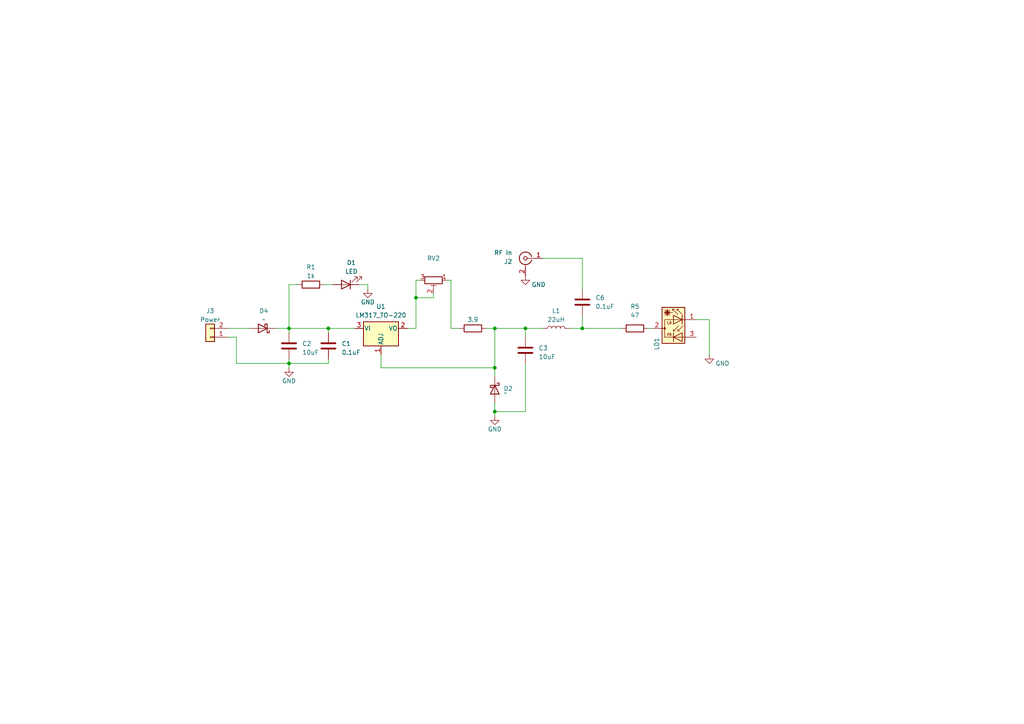
<source format=kicad_sch>
(kicad_sch (version 20230121) (generator eeschema)
  (paper "A4")
  (lib_symbols
    (symbol "Connector:Conn_Coaxial" (pin_names (offset 1.016) hide)
      (property "Reference" "J" (at 0.254 3.048 0))
      (property "Value" "Conn_Coaxial" (at 2.921 0 90))
      (symbol "Conn_Coaxial_0_1"
        (arc (start -1.778 -0.508) (mid 0.2311 -1.8066) (end 1.778 0) (stroke (width 0.254)))
        (polyline (pts (xy -2.54 0) (xy -0.508 0)))
        (polyline (pts (xy 0 -2.54) (xy 0 -1.778)))
        (circle (center 0 0) (radius 0.508) (stroke (width 0.2032)))
        (arc (start 1.778 0) (mid 0.2099 1.8101) (end -1.778 0.508) (stroke (width 0.254)))
      )
      (symbol "Conn_Coaxial_1_1"
        (pin passive line (at -5.08 0 0) (length 2.54) (name "In") (number "1"))
        (pin passive line (at 0 -5.08 90) (length 2.54) (name "Ext") (number "2"))
      )
    )
    (symbol "Connector_Generic:Conn_01x02" (pin_names (offset 1.016) hide)
      (property "Reference" "J" (at 0 2.54 0))
      (property "Value" "Conn_01x02" (at 0 -5.08 0))
      (symbol "Conn_01x02_1_1"
        (rectangle (start -1.27 -2.413) (end 0 -2.667) (stroke (width 0.1524)))
        (rectangle (start -1.27 0.127) (end 0 -0.127) (stroke (width 0.1524)))
        (rectangle (start -1.27 1.27) (end 1.27 -3.81) (stroke (width 0.254)) (fill (type background)))
        (pin passive line (at -5.08 0 0) (length 3.81) (name "Pin_1") (number "1"))
        (pin passive line (at -5.08 -2.54 0) (length 3.81) (name "Pin_2") (number "2"))
      )
    )
    (symbol "Device:C" (pin_numbers hide) (pin_names (offset 0.254))
      (property "Reference" "C" (at 0.635 2.54 0))
      (property "Value" "C" (at 0.635 -2.54 0))
      (symbol "C_0_1"
        (polyline (pts (xy -2.032 -0.762) (xy 2.032 -0.762)) (stroke (width 0.508)))
        (polyline (pts (xy -2.032 0.762) (xy 2.032 0.762)) (stroke (width 0.508)))
      )
      (symbol "C_1_1"
        (pin passive line (at 0 3.81 270) (length 2.794) (name "~") (number "1"))
        (pin passive line (at 0 -3.81 90) (length 2.794) (name "~") (number "2"))
      )
    )
    (symbol "Device:D_Laser_Photo_NType" (pin_names hide)
      (property "Reference" "LD" (at 1.016 7.112 0))
      (property "Value" "D_Laser_Photo_NType" (at 1.016 -5.588 0))
      (symbol "D_Laser_Photo_NType_0_1"
        (circle (center -1.524 0) (radius 0.254) (fill (type outline)))
        (arc (start -0.508 -1.778) (mid -0.3302 -1.6002) (end -0.508 -1.397))
        (arc (start 0 -2.159) (mid 0.3794 -1.778) (end 0 -1.397))
        (polyline (pts (xy -2.54 0) (xy -1.524 0)))
        (polyline (pts (xy -1.524 3.81) (xy 0 5.334)))
        (polyline (pts (xy -1.524 4.318) (xy 0 4.826)))
        (polyline (pts (xy -1.524 4.826) (xy 0 4.318)))
        (polyline (pts (xy -1.524 5.334) (xy 0 3.81)))
        (polyline (pts (xy -1.016 5.334) (xy -0.508 3.81)))
        (polyline (pts (xy -0.762 4.572) (xy -0.762 3.556)))
        (polyline (pts (xy -0.762 4.572) (xy -0.762 5.588)))
        (polyline (pts (xy -0.635 -1.397) (xy -0.635 -2.159)))
        (polyline (pts (xy -0.508 5.334) (xy -1.016 3.81)))
        (polyline (pts (xy 0 -1.397) (xy 0 -2.159)))
        (polyline (pts (xy 0 2.032) (xy 0 1.27)))
        (polyline (pts (xy 0.762 4.572) (xy -1.778 4.572)))
        (polyline (pts (xy 0.762 5.588) (xy 1.27 5.588)))
        (polyline (pts (xy 1.016 -1.27) (xy 1.016 -3.81)) (stroke (width 0.2032)))
        (polyline (pts (xy 1.016 -0.762) (xy 1.524 -0.762)))
        (polyline (pts (xy 3.556 3.81) (xy 3.556 1.27)) (stroke (width 0.2032)))
        (polyline (pts (xy -0.635 2.032) (xy -0.635 1.27) (xy -0.254 1.27)))
        (polyline (pts (xy 2.286 4.064) (xy 0.762 5.588) (xy 0.762 5.08)))
        (polyline (pts (xy 2.54 0.762) (xy 1.016 -0.762) (xy 1.016 -0.254)))
        (polyline (pts (xy 3.556 -1.27) (xy 3.556 -3.81) (xy 1.016 -2.54) (xy 3.556 -1.27)) (stroke (width 0.2032)))
        (polyline (pts (xy 5.08 2.54) (xy -1.524 2.54) (xy -1.524 -2.54) (xy 5.08 -2.54)))
        (polyline (pts (xy 3.556 4.064) (xy 2.032 5.588) (xy 2.032 5.08) (xy 2.032 5.588) (xy 2.54 5.588)))
        (polyline (pts (xy 3.81 0.762) (xy 2.286 -0.762) (xy 2.286 -0.254) (xy 2.286 -0.762) (xy 2.794 -0.762)))
        (arc (start 0 1.27) (mid 0.3794 1.651) (end 0 2.032))
        (rectangle (start 4.318 6.096) (end -2.286 -4.318) (stroke (width 0.254)) (fill (type background)))
      )
      (symbol "D_Laser_Photo_NType_1_1"
        (polyline (pts (xy 1.016 3.81) (xy 1.016 1.27) (xy 3.556 2.54) (xy 1.016 3.81)) (stroke (width 0.2032)))
        (pin passive line (at 7.62 2.54 180) (length 2.54) (name "~") (number "1"))
        (pin passive line (at -5.08 0 0) (length 2.54) (name "~") (number "2"))
        (pin passive line (at 7.62 -2.54 180) (length 2.54) (name "~") (number "3"))
      )
    )
    (symbol "Device:D_Schottky" (pin_numbers hide) (pin_names (offset 1.016) hide)
      (property "Reference" "D" (at 0 2.54 0))
      (property "Value" "D_Schottky" (at 0 -2.54 0))
      (symbol "D_Schottky_0_1"
        (polyline (pts (xy 1.27 0) (xy -1.27 0)))
        (polyline (pts (xy 1.27 1.27) (xy 1.27 -1.27) (xy -1.27 0) (xy 1.27 1.27)) (stroke (width 0.254)))
        (polyline (pts (xy -1.905 0.635) (xy -1.905 1.27) (xy -1.27 1.27) (xy -1.27 -1.27) (xy -0.635 -1.27) (xy -0.635 -0.635)) (stroke (width 0.254)))
      )
      (symbol "D_Schottky_1_1"
        (pin passive line (at -3.81 0 0) (length 2.54) (name "K") (number "1"))
        (pin passive line (at 3.81 0 180) (length 2.54) (name "A") (number "2"))
      )
    )
    (symbol "Device:L" (pin_numbers hide) (pin_names (offset 1.016) hide)
      (property "Reference" "L" (at -1.27 0 90))
      (property "Value" "L" (at 1.905 0 90))
      (symbol "L_0_1"
        (arc (start 0 -2.54) (mid 0.6323 -1.905) (end 0 -1.27))
        (arc (start 0 -1.27) (mid 0.6323 -0.635) (end 0 0))
        (arc (start 0 0) (mid 0.6323 0.635) (end 0 1.27))
        (arc (start 0 1.27) (mid 0.6323 1.905) (end 0 2.54))
      )
      (symbol "L_1_1"
        (pin passive line (at 0 3.81 270) (length 1.27) (name "1") (number "1"))
        (pin passive line (at 0 -3.81 90) (length 1.27) (name "2") (number "2"))
      )
    )
    (symbol "Device:LED" (pin_numbers hide) (pin_names (offset 1.016) hide)
      (property "Reference" "D" (at 0 2.54 0))
      (property "Value" "LED" (at 0 -2.54 0))
      (symbol "LED_0_1"
        (polyline (pts (xy -1.27 -1.27) (xy -1.27 1.27)) (stroke (width 0.254)))
        (polyline (pts (xy -1.27 0) (xy 1.27 0)))
        (polyline (pts (xy 1.27 -1.27) (xy 1.27 1.27) (xy -1.27 0) (xy 1.27 -1.27)) (stroke (width 0.254)))
        (polyline (pts (xy -3.048 -0.762) (xy -4.572 -2.286) (xy -3.81 -2.286) (xy -4.572 -2.286) (xy -4.572 -1.524)))
        (polyline (pts (xy -1.778 -0.762) (xy -3.302 -2.286) (xy -2.54 -2.286) (xy -3.302 -2.286) (xy -3.302 -1.524)))
      )
      (symbol "LED_1_1"
        (pin passive line (at -3.81 0 0) (length 2.54) (name "K") (number "1"))
        (pin passive line (at 3.81 0 180) (length 2.54) (name "A") (number "2"))
      )
    )
    (symbol "Device:R" (pin_numbers hide) (pin_names (offset 0))
      (property "Reference" "R" (at 2.032 0 90))
      (property "Value" "R" (at 0 0 90))
      (symbol "R_0_1"
        (rectangle (start -1.016 -2.54) (end 1.016 2.54) (stroke (width 0.254)))
      )
      (symbol "R_1_1"
        (pin passive line (at 0 3.81 270) (length 1.27) (name "~") (number "1"))
        (pin passive line (at 0 -3.81 90) (length 1.27) (name "~") (number "2"))
      )
    )
    (symbol "Device:R_Potentiometer_Trim" (pin_names (offset 1.016) hide)
      (property "Reference" "RV" (at -4.445 0 90))
      (property "Value" "R_Potentiometer_Trim" (at -2.54 0 90))
      (symbol "R_Potentiometer_Trim_0_1"
        (polyline (pts (xy 1.524 0.762) (xy 1.524 -0.762)))
        (polyline (pts (xy 2.54 0) (xy 1.524 0)))
        (rectangle (start 1.016 2.54) (end -1.016 -2.54) (stroke (width 0.254)))
      )
      (symbol "R_Potentiometer_Trim_1_1"
        (pin passive line (at 0 3.81 270) (length 1.27) (name "1") (number "1"))
        (pin passive line (at 3.81 0 180) (length 1.27) (name "2") (number "2"))
        (pin passive line (at 0 -3.81 90) (length 1.27) (name "3") (number "3"))
      )
    )
    (symbol "Regulator_Linear:LM317_TO-220" (pin_names (offset 0.254))
      (property "Reference" "U" (at -3.81 3.175 0))
      (property "Value" "LM317_TO-220" (at 0 3.175 0))
      (symbol "LM317_TO-220_0_1"
        (rectangle (start -5.08 1.905) (end 5.08 -5.08) (stroke (width 0.254)) (fill (type background)))
      )
      (symbol "LM317_TO-220_1_1"
        (pin input line (at 0 -7.62 90) (length 2.54) (name "ADJ") (number "1"))
        (pin power_out line (at 7.62 0 180) (length 2.54) (name "VO") (number "2"))
        (pin power_in line (at -7.62 0 0) (length 2.54) (name "VI") (number "3"))
      )
    )
    (symbol "power:GND" (power) (pin_names (offset 0))
      (property "Value" "GND" (at 0 -3.81 0))
      (symbol "GND_0_1"
        (polyline (pts (xy 0 0) (xy 0 -1.27) (xy 1.27 -1.27) (xy 0 -2.54) (xy -1.27 -1.27) (xy 0 -1.27)))
      )
      (symbol "GND_1_1"
        (pin power_in line (at 0 0 270) (length 0) hide (name "GND") (number "1"))
      )
    )
  )
  (junction (at 120.65 86.36))
  (junction (at 168.91 95.25))
  (junction (at 143.51 95.25))
  (junction (at 83.82 95.25))
  (junction (at 152.4 95.25))
  (junction (at 95.25 95.25))
  (junction (at 143.51 119.38))
  (junction (at 83.82 105.41))
  (junction (at 143.51 106.68))
  (wire (pts (xy 83.82 105.41) (xy 95.25 105.41)))
  (wire (pts (xy 143.51 116.84) (xy 143.51 119.38)))
  (wire (pts (xy 68.58 105.41) (xy 83.82 105.41)))
  (wire (pts (xy 129.54 81.28) (xy 130.81 81.28)))
  (wire (pts (xy 120.65 81.28) (xy 120.65 86.36)))
  (wire (pts (xy 168.91 74.93) (xy 168.91 83.82)))
  (wire (pts (xy 152.4 95.25) (xy 157.48 95.25)))
  (wire (pts (xy 80.01 95.25) (xy 83.82 95.25)))
  (wire (pts (xy 95.25 95.25) (xy 95.25 96.52)))
  (wire (pts (xy 133.35 95.25) (xy 130.81 95.25)))
  (wire (pts (xy 143.51 95.25) (xy 140.97 95.25)))
  (wire (pts (xy 130.81 81.28) (xy 130.81 95.25)))
  (wire (pts (xy 201.93 92.71) (xy 205.74 92.71)))
  (wire (pts (xy 125.73 85.09) (xy 125.73 86.36)))
  (wire (pts (xy 165.1 95.25) (xy 168.91 95.25)))
  (wire (pts (xy 86.36 82.55) (xy 83.82 82.55)))
  (wire (pts (xy 110.49 102.87) (xy 110.49 106.68)))
  (wire (pts (xy 143.51 119.38) (xy 143.51 120.65)))
  (wire (pts (xy 93.98 82.55) (xy 96.52 82.55)))
  (wire (pts (xy 157.48 74.93) (xy 168.91 74.93)))
  (wire (pts (xy 152.4 97.79) (xy 152.4 95.25)))
  (wire (pts (xy 83.82 95.25) (xy 83.82 96.52)))
  (wire (pts (xy 68.58 97.79) (xy 68.58 105.41)))
  (wire (pts (xy 66.04 95.25) (xy 72.39 95.25)))
  (wire (pts (xy 104.14 82.55) (xy 106.68 82.55)))
  (wire (pts (xy 95.25 95.25) (xy 83.82 95.25)))
  (wire (pts (xy 83.82 104.14) (xy 83.82 105.41)))
  (wire (pts (xy 143.51 119.38) (xy 152.4 119.38)))
  (wire (pts (xy 83.82 105.41) (xy 83.82 106.68)))
  (wire (pts (xy 143.51 95.25) (xy 152.4 95.25)))
  (wire (pts (xy 168.91 95.25) (xy 180.34 95.25)))
  (wire (pts (xy 120.65 81.28) (xy 121.92 81.28)))
  (wire (pts (xy 125.73 86.36) (xy 120.65 86.36)))
  (wire (pts (xy 83.82 82.55) (xy 83.82 95.25)))
  (wire (pts (xy 66.04 97.79) (xy 68.58 97.79)))
  (wire (pts (xy 168.91 91.44) (xy 168.91 95.25)))
  (wire (pts (xy 143.51 106.68) (xy 143.51 109.22)))
  (wire (pts (xy 102.87 95.25) (xy 95.25 95.25)))
  (wire (pts (xy 205.74 92.71) (xy 205.74 102.87)))
  (wire (pts (xy 95.25 104.14) (xy 95.25 105.41)))
  (wire (pts (xy 120.65 86.36) (xy 120.65 95.25)))
  (wire (pts (xy 118.11 95.25) (xy 120.65 95.25)))
  (wire (pts (xy 152.4 105.41) (xy 152.4 119.38)))
  (wire (pts (xy 106.68 82.55) (xy 106.68 83.82)))
  (wire (pts (xy 110.49 106.68) (xy 143.51 106.68)))
  (wire (pts (xy 143.51 106.68) (xy 143.51 95.25)))
  (wire (pts (xy 187.96 95.25) (xy 189.23 95.25)))
  (symbol (lib_id "power:GND") (at 106.68 83.82 0) (unit 1)
    (property "Reference" "#PWR04" (effects hide))
    (property "Value" "GND" (at 106.68 87.63 0))
  )
  (symbol (lib_id "Device:C") (at 168.91 87.63 180) (unit 1)
    (property "Reference" "C6" (at 172.72 86.36 0) (effects (justify right)))
    (property "Value" "0.1uF" (at 172.72 88.9 0) (effects (justify right)))
    (property "Footprint" "Capacitor_SMD:C_0603_1608Metric" (effects hide))
  )
  (symbol (lib_id "power:GND") (at 143.51 120.65 0) (unit 1)
    (property "Reference" "#PWR01" (effects hide))
    (property "Value" "GND" (at 143.51 124.46 0))
  )
  (symbol (lib_id "power:GND") (at 152.4 80.01 0) (unit 1)
    (property "Reference" "#PWR010" (effects hide))
    (property "Value" "GND" (at 156.21 82.55 0))
  )
  (symbol (lib_id "Device:R") (at 90.17 82.55 90) (unit 1)
    (property "Reference" "R1" (at 90.17 77.47 90))
    (property "Value" "1k" (at 90.17 80.01 90))
    (property "Footprint" "Resistor_SMD:R_0603_1608Metric" (effects hide))
  )
  (symbol (lib_id "power:GND") (at 83.82 106.68 0) (unit 1)
    (property "Reference" "#PWR03" (effects hide))
    (property "Value" "GND" (at 83.82 110.49 0))
  )
  (symbol (lib_id "Device:D_Laser_Photo_NType") (at 194.31 95.25 0) (unit 1)
    (property "Reference" "LD1" (at 190.5 101.6 90) (effects (justify left)))
    (property "Value" "D_Laser_Photo_NType" (effects hide))
    (property "Footprint" "OptoDevice:LaserDiode_TO18-D5.6-3" (effects hide))
    (property "Datasheet" "http://www.egismos.disonhu.com/laser/diode-package.htm" (effects hide))
  )
  (symbol (lib_id "power:GND") (at 205.74 102.87 0) (unit 1)
    (property "Reference" "#PWR02" (effects hide))
    (property "Value" "GND" (at 209.55 105.41 0))
  )
  (symbol (lib_id "Device:D_Schottky") (at 76.2 95.25 180) (unit 1)
    (property "Reference" "D4" (at 76.5175 90.17 0))
    (property "Value" "~" (at 76.5175 92.71 0))
    (property "Footprint" "Diode_SMD:D_SOD-123" (effects hide))
    (property "LCSC" "C8598" (effects hide))
  )
  (symbol (lib_id "Device:LED") (at 100.33 82.55 180) (unit 1)
    (property "Reference" "D1" (at 101.9175 76.2 0))
    (property "Value" "LED" (at 101.9175 78.74 0))
    (property "Footprint" "LED_SMD:LED_0603_1608Metric" (effects hide))
  )
  (symbol (lib_id "Device:D_Schottky") (at 143.51 113.03 270) (unit 1)
    (property "Reference" "D2" (at 146.05 112.7125 90) (effects (justify left)))
    (property "Value" "~" (at 146.05 113.9825 90) (effects (justify left)))
    (property "Footprint" "Diode_SMD:D_SOD-123" (effects hide))
    (property "LCSC" "C8598" (effects hide))
  )
  (symbol (lib_id "Connector:Conn_Coaxial") (at 152.4 74.93 0) (mirror y) (unit 1)
    (property "Reference" "J2" (at 148.59 75.8582 0) (effects (justify left)))
    (property "Value" "RF In" (at 148.59 73.3182 0) (effects (justify left)))
    (property "Footprint" "Connector_Coaxial:MMCX_Molex_73415-1471_Vertical" (effects hide))
    (property "Datasheet" " ~" (effects hide))
  )
  (symbol (lib_id "Connector_Generic:Conn_01x02") (at 60.96 97.79 180) (unit 1)
    (property "Reference" "J3" (at 60.96 90.17 0))
    (property "Value" "Power" (at 60.96 92.71 0))
    (property "Footprint" "Connector_PinHeader_2.54mm:PinHeader_1x02_P2.54mm_Vertical" (effects hide))
  )
  (symbol (lib_id "Device:L") (at 161.29 95.25 90) (unit 1)
    (property "Reference" "L1" (at 161.29 90.17 90))
    (property "Value" "22uH" (at 161.29 92.71 90))
    (property "Footprint" "Resistor_SMD:R_0603_1608Metric" (effects hide))
  )
  (symbol (lib_id "Device:C") (at 152.4 101.6 0) (unit 1)
    (property "Reference" "C3" (at 156.21 100.965 0) (effects (justify left)))
    (property "Value" "10uF" (at 156.21 103.505 0) (effects (justify left)))
    (property "Footprint" "Capacitor_SMD:C_0603_1608Metric" (effects hide))
  )
  (symbol (lib_id "Device:R_Potentiometer_Trim") (at 125.73 81.28 270) (unit 1)
    (property "Reference" "RV2" (at 125.73 74.93 90))
    (property "Value" "200" (effects hide))
    (property "Footprint" "Potentiometer_THT:Potentiometer_Bourns_3296W_Vertical" (effects hide))
    (property "LCSC" "C780221" (effects hide))
  )
  (symbol (lib_id "Regulator_Linear:LM317_TO-220") (at 110.49 95.25 0) (unit 1)
    (property "Reference" "U1" (at 110.49 88.9 0))
    (property "Value" "LM317_TO-220" (at 110.49 91.44 0))
    (property "Footprint" "Package_TO_SOT_THT:TO-220-3_Vertical" (effects hide))
    (property "Datasheet" "http://www.ti.com/lit/ds/symlink/lm317.pdf" (effects hide))
  )
  (symbol (lib_id "Device:C") (at 83.82 100.33 0) (unit 1)
    (property "Reference" "C2" (at 87.63 99.695 0) (effects (justify left)))
    (property "Value" "10uF" (at 87.63 102.235 0) (effects (justify left)))
    (property "Footprint" "Capacitor_SMD:C_0603_1608Metric" (effects hide))
  )
  (symbol (lib_id "Device:R") (at 184.15 95.25 270) (unit 1)
    (property "Reference" "R5" (at 184.15 88.9 90))
    (property "Value" "47" (at 184.15 91.44 90))
    (property "Footprint" "Resistor_SMD:R_0603_1608Metric" (effects hide))
  )
  (symbol (lib_id "Device:R") (at 137.16 95.25 90) (unit 1)
    (property "Reference" "R6" (effects hide))
    (property "Value" "3.9" (at 137.16 92.71 90))
    (property "Footprint" "Resistor_SMD:R_0603_1608Metric" (effects hide))
  )
  (symbol (lib_id "Device:C") (at 95.25 100.33 0) (unit 1)
    (property "Reference" "C1" (at 99.06 99.695 0) (effects (justify left)))
    (property "Value" "0.1uF" (at 99.06 102.235 0) (effects (justify left)))
    (property "Footprint" "Capacitor_SMD:C_0603_1608Metric" (effects hide))
  )
)
</source>
